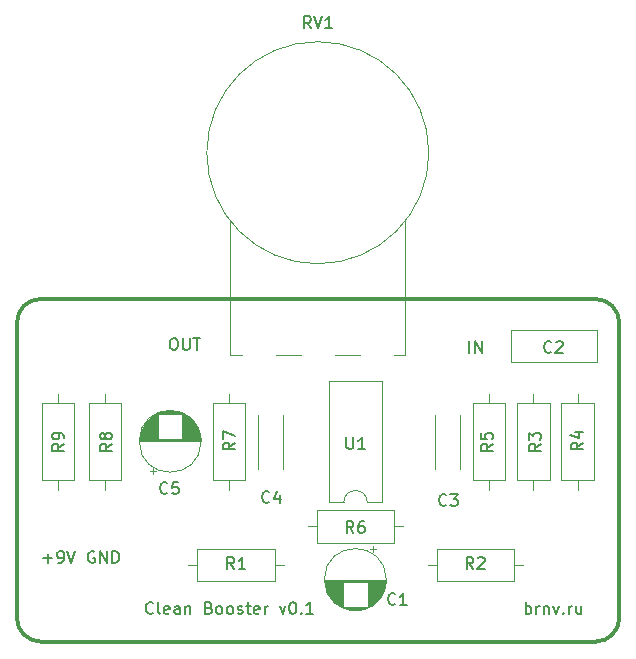
<source format=gbr>
G04 #@! TF.GenerationSoftware,KiCad,Pcbnew,(5.1.5-0-10_14)*
G04 #@! TF.CreationDate,2020-08-10T00:11:30+03:00*
G04 #@! TF.ProjectId,booster-op-amp,626f6f73-7465-4722-9d6f-702d616d702e,1*
G04 #@! TF.SameCoordinates,Original*
G04 #@! TF.FileFunction,Legend,Top*
G04 #@! TF.FilePolarity,Positive*
%FSLAX46Y46*%
G04 Gerber Fmt 4.6, Leading zero omitted, Abs format (unit mm)*
G04 Created by KiCad (PCBNEW (5.1.5-0-10_14)) date 2020-08-10 00:11:30*
%MOMM*%
%LPD*%
G04 APERTURE LIST*
%ADD10C,0.300000*%
%ADD11C,0.150000*%
%ADD12C,0.120000*%
G04 APERTURE END LIST*
D10*
X166388000Y-83768000D02*
G75*
G02X168388000Y-85768000I0J-2000000D01*
G01*
X168388000Y-110768000D02*
G75*
G02X166388000Y-112768000I-2000000J0D01*
G01*
X119388000Y-112768000D02*
G75*
G02X117388000Y-110768000I0J2000000D01*
G01*
X117388000Y-85768000D02*
G75*
G02X119388000Y-83768000I2000000J0D01*
G01*
D11*
X160456857Y-110426380D02*
X160456857Y-109426380D01*
X160456857Y-109807333D02*
X160552095Y-109759714D01*
X160742571Y-109759714D01*
X160837809Y-109807333D01*
X160885428Y-109854952D01*
X160933047Y-109950190D01*
X160933047Y-110235904D01*
X160885428Y-110331142D01*
X160837809Y-110378761D01*
X160742571Y-110426380D01*
X160552095Y-110426380D01*
X160456857Y-110378761D01*
X161361619Y-110426380D02*
X161361619Y-109759714D01*
X161361619Y-109950190D02*
X161409238Y-109854952D01*
X161456857Y-109807333D01*
X161552095Y-109759714D01*
X161647333Y-109759714D01*
X161980666Y-109759714D02*
X161980666Y-110426380D01*
X161980666Y-109854952D02*
X162028285Y-109807333D01*
X162123523Y-109759714D01*
X162266380Y-109759714D01*
X162361619Y-109807333D01*
X162409238Y-109902571D01*
X162409238Y-110426380D01*
X162790190Y-109759714D02*
X163028285Y-110426380D01*
X163266380Y-109759714D01*
X163647333Y-110331142D02*
X163694952Y-110378761D01*
X163647333Y-110426380D01*
X163599714Y-110378761D01*
X163647333Y-110331142D01*
X163647333Y-110426380D01*
X164123523Y-110426380D02*
X164123523Y-109759714D01*
X164123523Y-109950190D02*
X164171142Y-109854952D01*
X164218761Y-109807333D01*
X164314000Y-109759714D01*
X164409238Y-109759714D01*
X165171142Y-109759714D02*
X165171142Y-110426380D01*
X164742571Y-109759714D02*
X164742571Y-110283523D01*
X164790190Y-110378761D01*
X164885428Y-110426380D01*
X165028285Y-110426380D01*
X165123523Y-110378761D01*
X165171142Y-110331142D01*
X128929619Y-110331142D02*
X128882000Y-110378761D01*
X128739142Y-110426380D01*
X128643904Y-110426380D01*
X128501047Y-110378761D01*
X128405809Y-110283523D01*
X128358190Y-110188285D01*
X128310571Y-109997809D01*
X128310571Y-109854952D01*
X128358190Y-109664476D01*
X128405809Y-109569238D01*
X128501047Y-109474000D01*
X128643904Y-109426380D01*
X128739142Y-109426380D01*
X128882000Y-109474000D01*
X128929619Y-109521619D01*
X129501047Y-110426380D02*
X129405809Y-110378761D01*
X129358190Y-110283523D01*
X129358190Y-109426380D01*
X130262952Y-110378761D02*
X130167714Y-110426380D01*
X129977238Y-110426380D01*
X129882000Y-110378761D01*
X129834380Y-110283523D01*
X129834380Y-109902571D01*
X129882000Y-109807333D01*
X129977238Y-109759714D01*
X130167714Y-109759714D01*
X130262952Y-109807333D01*
X130310571Y-109902571D01*
X130310571Y-109997809D01*
X129834380Y-110093047D01*
X131167714Y-110426380D02*
X131167714Y-109902571D01*
X131120095Y-109807333D01*
X131024857Y-109759714D01*
X130834380Y-109759714D01*
X130739142Y-109807333D01*
X131167714Y-110378761D02*
X131072476Y-110426380D01*
X130834380Y-110426380D01*
X130739142Y-110378761D01*
X130691523Y-110283523D01*
X130691523Y-110188285D01*
X130739142Y-110093047D01*
X130834380Y-110045428D01*
X131072476Y-110045428D01*
X131167714Y-109997809D01*
X131643904Y-109759714D02*
X131643904Y-110426380D01*
X131643904Y-109854952D02*
X131691523Y-109807333D01*
X131786761Y-109759714D01*
X131929619Y-109759714D01*
X132024857Y-109807333D01*
X132072476Y-109902571D01*
X132072476Y-110426380D01*
X133643904Y-109902571D02*
X133786761Y-109950190D01*
X133834380Y-109997809D01*
X133882000Y-110093047D01*
X133882000Y-110235904D01*
X133834380Y-110331142D01*
X133786761Y-110378761D01*
X133691523Y-110426380D01*
X133310571Y-110426380D01*
X133310571Y-109426380D01*
X133643904Y-109426380D01*
X133739142Y-109474000D01*
X133786761Y-109521619D01*
X133834380Y-109616857D01*
X133834380Y-109712095D01*
X133786761Y-109807333D01*
X133739142Y-109854952D01*
X133643904Y-109902571D01*
X133310571Y-109902571D01*
X134453428Y-110426380D02*
X134358190Y-110378761D01*
X134310571Y-110331142D01*
X134262952Y-110235904D01*
X134262952Y-109950190D01*
X134310571Y-109854952D01*
X134358190Y-109807333D01*
X134453428Y-109759714D01*
X134596285Y-109759714D01*
X134691523Y-109807333D01*
X134739142Y-109854952D01*
X134786761Y-109950190D01*
X134786761Y-110235904D01*
X134739142Y-110331142D01*
X134691523Y-110378761D01*
X134596285Y-110426380D01*
X134453428Y-110426380D01*
X135358190Y-110426380D02*
X135262952Y-110378761D01*
X135215333Y-110331142D01*
X135167714Y-110235904D01*
X135167714Y-109950190D01*
X135215333Y-109854952D01*
X135262952Y-109807333D01*
X135358190Y-109759714D01*
X135501047Y-109759714D01*
X135596285Y-109807333D01*
X135643904Y-109854952D01*
X135691523Y-109950190D01*
X135691523Y-110235904D01*
X135643904Y-110331142D01*
X135596285Y-110378761D01*
X135501047Y-110426380D01*
X135358190Y-110426380D01*
X136072476Y-110378761D02*
X136167714Y-110426380D01*
X136358190Y-110426380D01*
X136453428Y-110378761D01*
X136501047Y-110283523D01*
X136501047Y-110235904D01*
X136453428Y-110140666D01*
X136358190Y-110093047D01*
X136215333Y-110093047D01*
X136120095Y-110045428D01*
X136072476Y-109950190D01*
X136072476Y-109902571D01*
X136120095Y-109807333D01*
X136215333Y-109759714D01*
X136358190Y-109759714D01*
X136453428Y-109807333D01*
X136786761Y-109759714D02*
X137167714Y-109759714D01*
X136929619Y-109426380D02*
X136929619Y-110283523D01*
X136977238Y-110378761D01*
X137072476Y-110426380D01*
X137167714Y-110426380D01*
X137882000Y-110378761D02*
X137786761Y-110426380D01*
X137596285Y-110426380D01*
X137501047Y-110378761D01*
X137453428Y-110283523D01*
X137453428Y-109902571D01*
X137501047Y-109807333D01*
X137596285Y-109759714D01*
X137786761Y-109759714D01*
X137882000Y-109807333D01*
X137929619Y-109902571D01*
X137929619Y-109997809D01*
X137453428Y-110093047D01*
X138358190Y-110426380D02*
X138358190Y-109759714D01*
X138358190Y-109950190D02*
X138405809Y-109854952D01*
X138453428Y-109807333D01*
X138548666Y-109759714D01*
X138643904Y-109759714D01*
X139643904Y-109759714D02*
X139882000Y-110426380D01*
X140120095Y-109759714D01*
X140691523Y-109426380D02*
X140786761Y-109426380D01*
X140882000Y-109474000D01*
X140929619Y-109521619D01*
X140977238Y-109616857D01*
X141024857Y-109807333D01*
X141024857Y-110045428D01*
X140977238Y-110235904D01*
X140929619Y-110331142D01*
X140882000Y-110378761D01*
X140786761Y-110426380D01*
X140691523Y-110426380D01*
X140596285Y-110378761D01*
X140548666Y-110331142D01*
X140501047Y-110235904D01*
X140453428Y-110045428D01*
X140453428Y-109807333D01*
X140501047Y-109616857D01*
X140548666Y-109521619D01*
X140596285Y-109474000D01*
X140691523Y-109426380D01*
X141453428Y-110331142D02*
X141501047Y-110378761D01*
X141453428Y-110426380D01*
X141405809Y-110378761D01*
X141453428Y-110331142D01*
X141453428Y-110426380D01*
X142453428Y-110426380D02*
X141882000Y-110426380D01*
X142167714Y-110426380D02*
X142167714Y-109426380D01*
X142072476Y-109569238D01*
X141977238Y-109664476D01*
X141882000Y-109712095D01*
X155686190Y-88336380D02*
X155686190Y-87336380D01*
X156162380Y-88336380D02*
X156162380Y-87336380D01*
X156733809Y-88336380D01*
X156733809Y-87336380D01*
X130572000Y-87082380D02*
X130762476Y-87082380D01*
X130857714Y-87130000D01*
X130952952Y-87225238D01*
X131000571Y-87415714D01*
X131000571Y-87749047D01*
X130952952Y-87939523D01*
X130857714Y-88034761D01*
X130762476Y-88082380D01*
X130572000Y-88082380D01*
X130476761Y-88034761D01*
X130381523Y-87939523D01*
X130333904Y-87749047D01*
X130333904Y-87415714D01*
X130381523Y-87225238D01*
X130476761Y-87130000D01*
X130572000Y-87082380D01*
X131429142Y-87082380D02*
X131429142Y-87891904D01*
X131476761Y-87987142D01*
X131524380Y-88034761D01*
X131619619Y-88082380D01*
X131810095Y-88082380D01*
X131905333Y-88034761D01*
X131952952Y-87987142D01*
X132000571Y-87891904D01*
X132000571Y-87082380D01*
X132333904Y-87082380D02*
X132905333Y-87082380D01*
X132619619Y-88082380D02*
X132619619Y-87082380D01*
X123952095Y-105164000D02*
X123856857Y-105116380D01*
X123714000Y-105116380D01*
X123571142Y-105164000D01*
X123475904Y-105259238D01*
X123428285Y-105354476D01*
X123380666Y-105544952D01*
X123380666Y-105687809D01*
X123428285Y-105878285D01*
X123475904Y-105973523D01*
X123571142Y-106068761D01*
X123714000Y-106116380D01*
X123809238Y-106116380D01*
X123952095Y-106068761D01*
X123999714Y-106021142D01*
X123999714Y-105687809D01*
X123809238Y-105687809D01*
X124428285Y-106116380D02*
X124428285Y-105116380D01*
X124999714Y-106116380D01*
X124999714Y-105116380D01*
X125475904Y-106116380D02*
X125475904Y-105116380D01*
X125714000Y-105116380D01*
X125856857Y-105164000D01*
X125952095Y-105259238D01*
X125999714Y-105354476D01*
X126047333Y-105544952D01*
X126047333Y-105687809D01*
X125999714Y-105878285D01*
X125952095Y-105973523D01*
X125856857Y-106068761D01*
X125714000Y-106116380D01*
X125475904Y-106116380D01*
X119618285Y-105735428D02*
X120380190Y-105735428D01*
X119999238Y-106116380D02*
X119999238Y-105354476D01*
X120904000Y-106116380D02*
X121094476Y-106116380D01*
X121189714Y-106068761D01*
X121237333Y-106021142D01*
X121332571Y-105878285D01*
X121380190Y-105687809D01*
X121380190Y-105306857D01*
X121332571Y-105211619D01*
X121284952Y-105164000D01*
X121189714Y-105116380D01*
X120999238Y-105116380D01*
X120904000Y-105164000D01*
X120856380Y-105211619D01*
X120808761Y-105306857D01*
X120808761Y-105544952D01*
X120856380Y-105640190D01*
X120904000Y-105687809D01*
X120999238Y-105735428D01*
X121189714Y-105735428D01*
X121284952Y-105687809D01*
X121332571Y-105640190D01*
X121380190Y-105544952D01*
X121665904Y-105116380D02*
X121999238Y-106116380D01*
X122332571Y-105116380D01*
D10*
X119388000Y-112768000D02*
X166388000Y-112768000D01*
X117388000Y-85768000D02*
X117388000Y-110768000D01*
X166388000Y-83768000D02*
X119388000Y-83768000D01*
X168362000Y-110768000D02*
X168362000Y-85768000D01*
D12*
X143802000Y-100988000D02*
X145052000Y-100988000D01*
X143802000Y-90708000D02*
X143802000Y-100988000D01*
X148302000Y-90708000D02*
X143802000Y-90708000D01*
X148302000Y-100988000D02*
X148302000Y-90708000D01*
X147052000Y-100988000D02*
X148302000Y-100988000D01*
X145052000Y-100988000D02*
G75*
G02X147052000Y-100988000I1000000J0D01*
G01*
X150262000Y-88504000D02*
X150262000Y-77184000D01*
X149287000Y-88504000D02*
X150262000Y-88504000D01*
X144287000Y-88504000D02*
X146437000Y-88504000D01*
X139288000Y-88504000D02*
X141437000Y-88504000D01*
X135462000Y-88504000D02*
X136436000Y-88504000D01*
X135462000Y-88504000D02*
X135462000Y-77184000D01*
X152262000Y-71384000D02*
G75*
G03X152262000Y-71384000I-9400000J0D01*
G01*
X120862000Y-99898000D02*
X120862000Y-99128000D01*
X120862000Y-91818000D02*
X120862000Y-92588000D01*
X122232000Y-99128000D02*
X122232000Y-92588000D01*
X119492000Y-99128000D02*
X122232000Y-99128000D01*
X119492000Y-92588000D02*
X119492000Y-99128000D01*
X122232000Y-92588000D02*
X119492000Y-92588000D01*
X124862000Y-99898000D02*
X124862000Y-99128000D01*
X124862000Y-91818000D02*
X124862000Y-92588000D01*
X126232000Y-99128000D02*
X126232000Y-92588000D01*
X123492000Y-99128000D02*
X126232000Y-99128000D01*
X123492000Y-92588000D02*
X123492000Y-99128000D01*
X126232000Y-92588000D02*
X123492000Y-92588000D01*
X135362000Y-91818000D02*
X135362000Y-92588000D01*
X135362000Y-99898000D02*
X135362000Y-99128000D01*
X133992000Y-92588000D02*
X133992000Y-99128000D01*
X136732000Y-92588000D02*
X133992000Y-92588000D01*
X136732000Y-99128000D02*
X136732000Y-92588000D01*
X133992000Y-99128000D02*
X136732000Y-99128000D01*
X150077000Y-103018000D02*
X149307000Y-103018000D01*
X141997000Y-103018000D02*
X142767000Y-103018000D01*
X149307000Y-101648000D02*
X142767000Y-101648000D01*
X149307000Y-104388000D02*
X149307000Y-101648000D01*
X142767000Y-104388000D02*
X149307000Y-104388000D01*
X142767000Y-101648000D02*
X142767000Y-104388000D01*
X157362000Y-91818000D02*
X157362000Y-92588000D01*
X157362000Y-99898000D02*
X157362000Y-99128000D01*
X155992000Y-92588000D02*
X155992000Y-99128000D01*
X158732000Y-92588000D02*
X155992000Y-92588000D01*
X158732000Y-99128000D02*
X158732000Y-92588000D01*
X155992000Y-99128000D02*
X158732000Y-99128000D01*
X164862000Y-91818000D02*
X164862000Y-92588000D01*
X164862000Y-99898000D02*
X164862000Y-99128000D01*
X163492000Y-92588000D02*
X163492000Y-99128000D01*
X166232000Y-92588000D02*
X163492000Y-92588000D01*
X166232000Y-99128000D02*
X166232000Y-92588000D01*
X163492000Y-99128000D02*
X166232000Y-99128000D01*
X161112000Y-91818000D02*
X161112000Y-92588000D01*
X161112000Y-99898000D02*
X161112000Y-99128000D01*
X159742000Y-92588000D02*
X159742000Y-99128000D01*
X162482000Y-92588000D02*
X159742000Y-92588000D01*
X162482000Y-99128000D02*
X162482000Y-92588000D01*
X159742000Y-99128000D02*
X162482000Y-99128000D01*
X160232000Y-106268000D02*
X159462000Y-106268000D01*
X152152000Y-106268000D02*
X152922000Y-106268000D01*
X159462000Y-104898000D02*
X152922000Y-104898000D01*
X159462000Y-107638000D02*
X159462000Y-104898000D01*
X152922000Y-107638000D02*
X159462000Y-107638000D01*
X152922000Y-104898000D02*
X152922000Y-107638000D01*
X139982000Y-106268000D02*
X139212000Y-106268000D01*
X131902000Y-106268000D02*
X132672000Y-106268000D01*
X139212000Y-104898000D02*
X132672000Y-104898000D01*
X139212000Y-107638000D02*
X139212000Y-104898000D01*
X132672000Y-107638000D02*
X139212000Y-107638000D01*
X132672000Y-104898000D02*
X132672000Y-107638000D01*
X128637000Y-98367887D02*
X129137000Y-98367887D01*
X128887000Y-98617887D02*
X128887000Y-98117887D01*
X130078000Y-93212112D02*
X130646000Y-93212112D01*
X129844000Y-93252112D02*
X130880000Y-93252112D01*
X129685000Y-93292112D02*
X131039000Y-93292112D01*
X129557000Y-93332112D02*
X131167000Y-93332112D01*
X129447000Y-93372112D02*
X131277000Y-93372112D01*
X129351000Y-93412112D02*
X131373000Y-93412112D01*
X129264000Y-93452112D02*
X131460000Y-93452112D01*
X129184000Y-93492112D02*
X131540000Y-93492112D01*
X131402000Y-93532112D02*
X131613000Y-93532112D01*
X129111000Y-93532112D02*
X129322000Y-93532112D01*
X131402000Y-93572112D02*
X131681000Y-93572112D01*
X129043000Y-93572112D02*
X129322000Y-93572112D01*
X131402000Y-93612112D02*
X131745000Y-93612112D01*
X128979000Y-93612112D02*
X129322000Y-93612112D01*
X131402000Y-93652112D02*
X131805000Y-93652112D01*
X128919000Y-93652112D02*
X129322000Y-93652112D01*
X131402000Y-93692112D02*
X131862000Y-93692112D01*
X128862000Y-93692112D02*
X129322000Y-93692112D01*
X131402000Y-93732112D02*
X131916000Y-93732112D01*
X128808000Y-93732112D02*
X129322000Y-93732112D01*
X131402000Y-93772112D02*
X131967000Y-93772112D01*
X128757000Y-93772112D02*
X129322000Y-93772112D01*
X131402000Y-93812112D02*
X132015000Y-93812112D01*
X128709000Y-93812112D02*
X129322000Y-93812112D01*
X131402000Y-93852112D02*
X132061000Y-93852112D01*
X128663000Y-93852112D02*
X129322000Y-93852112D01*
X131402000Y-93892112D02*
X132105000Y-93892112D01*
X128619000Y-93892112D02*
X129322000Y-93892112D01*
X131402000Y-93932112D02*
X132147000Y-93932112D01*
X128577000Y-93932112D02*
X129322000Y-93932112D01*
X131402000Y-93972112D02*
X132188000Y-93972112D01*
X128536000Y-93972112D02*
X129322000Y-93972112D01*
X131402000Y-94012112D02*
X132226000Y-94012112D01*
X128498000Y-94012112D02*
X129322000Y-94012112D01*
X131402000Y-94052112D02*
X132263000Y-94052112D01*
X128461000Y-94052112D02*
X129322000Y-94052112D01*
X131402000Y-94092112D02*
X132299000Y-94092112D01*
X128425000Y-94092112D02*
X129322000Y-94092112D01*
X131402000Y-94132112D02*
X132333000Y-94132112D01*
X128391000Y-94132112D02*
X129322000Y-94132112D01*
X131402000Y-94172112D02*
X132366000Y-94172112D01*
X128358000Y-94172112D02*
X129322000Y-94172112D01*
X131402000Y-94212112D02*
X132397000Y-94212112D01*
X128327000Y-94212112D02*
X129322000Y-94212112D01*
X131402000Y-94252112D02*
X132427000Y-94252112D01*
X128297000Y-94252112D02*
X129322000Y-94252112D01*
X131402000Y-94292112D02*
X132457000Y-94292112D01*
X128267000Y-94292112D02*
X129322000Y-94292112D01*
X131402000Y-94332112D02*
X132484000Y-94332112D01*
X128240000Y-94332112D02*
X129322000Y-94332112D01*
X131402000Y-94372112D02*
X132511000Y-94372112D01*
X128213000Y-94372112D02*
X129322000Y-94372112D01*
X131402000Y-94412112D02*
X132537000Y-94412112D01*
X128187000Y-94412112D02*
X129322000Y-94412112D01*
X131402000Y-94452112D02*
X132562000Y-94452112D01*
X128162000Y-94452112D02*
X129322000Y-94452112D01*
X131402000Y-94492112D02*
X132586000Y-94492112D01*
X128138000Y-94492112D02*
X129322000Y-94492112D01*
X131402000Y-94532112D02*
X132609000Y-94532112D01*
X128115000Y-94532112D02*
X129322000Y-94532112D01*
X131402000Y-94572112D02*
X132630000Y-94572112D01*
X128094000Y-94572112D02*
X129322000Y-94572112D01*
X131402000Y-94612112D02*
X132652000Y-94612112D01*
X128072000Y-94612112D02*
X129322000Y-94612112D01*
X131402000Y-94652112D02*
X132672000Y-94652112D01*
X128052000Y-94652112D02*
X129322000Y-94652112D01*
X131402000Y-94692112D02*
X132691000Y-94692112D01*
X128033000Y-94692112D02*
X129322000Y-94692112D01*
X131402000Y-94732112D02*
X132710000Y-94732112D01*
X128014000Y-94732112D02*
X129322000Y-94732112D01*
X131402000Y-94772112D02*
X132727000Y-94772112D01*
X127997000Y-94772112D02*
X129322000Y-94772112D01*
X131402000Y-94812112D02*
X132744000Y-94812112D01*
X127980000Y-94812112D02*
X129322000Y-94812112D01*
X131402000Y-94852112D02*
X132760000Y-94852112D01*
X127964000Y-94852112D02*
X129322000Y-94852112D01*
X131402000Y-94892112D02*
X132776000Y-94892112D01*
X127948000Y-94892112D02*
X129322000Y-94892112D01*
X131402000Y-94932112D02*
X132790000Y-94932112D01*
X127934000Y-94932112D02*
X129322000Y-94932112D01*
X131402000Y-94972112D02*
X132804000Y-94972112D01*
X127920000Y-94972112D02*
X129322000Y-94972112D01*
X131402000Y-95012112D02*
X132817000Y-95012112D01*
X127907000Y-95012112D02*
X129322000Y-95012112D01*
X131402000Y-95052112D02*
X132830000Y-95052112D01*
X127894000Y-95052112D02*
X129322000Y-95052112D01*
X131402000Y-95092112D02*
X132842000Y-95092112D01*
X127882000Y-95092112D02*
X129322000Y-95092112D01*
X131402000Y-95133112D02*
X132853000Y-95133112D01*
X127871000Y-95133112D02*
X129322000Y-95133112D01*
X131402000Y-95173112D02*
X132863000Y-95173112D01*
X127861000Y-95173112D02*
X129322000Y-95173112D01*
X131402000Y-95213112D02*
X132873000Y-95213112D01*
X127851000Y-95213112D02*
X129322000Y-95213112D01*
X131402000Y-95253112D02*
X132882000Y-95253112D01*
X127842000Y-95253112D02*
X129322000Y-95253112D01*
X131402000Y-95293112D02*
X132890000Y-95293112D01*
X127834000Y-95293112D02*
X129322000Y-95293112D01*
X131402000Y-95333112D02*
X132898000Y-95333112D01*
X127826000Y-95333112D02*
X129322000Y-95333112D01*
X131402000Y-95373112D02*
X132905000Y-95373112D01*
X127819000Y-95373112D02*
X129322000Y-95373112D01*
X131402000Y-95413112D02*
X132912000Y-95413112D01*
X127812000Y-95413112D02*
X129322000Y-95413112D01*
X131402000Y-95453112D02*
X132918000Y-95453112D01*
X127806000Y-95453112D02*
X129322000Y-95453112D01*
X131402000Y-95493112D02*
X132923000Y-95493112D01*
X127801000Y-95493112D02*
X129322000Y-95493112D01*
X131402000Y-95533112D02*
X132927000Y-95533112D01*
X127797000Y-95533112D02*
X129322000Y-95533112D01*
X131402000Y-95573112D02*
X132931000Y-95573112D01*
X127793000Y-95573112D02*
X129322000Y-95573112D01*
X127789000Y-95613112D02*
X132935000Y-95613112D01*
X127786000Y-95653112D02*
X132938000Y-95653112D01*
X127784000Y-95693112D02*
X132940000Y-95693112D01*
X127783000Y-95733112D02*
X132941000Y-95733112D01*
X127782000Y-95773112D02*
X132942000Y-95773112D01*
X127782000Y-95813112D02*
X132942000Y-95813112D01*
X132982000Y-95813112D02*
G75*
G03X132982000Y-95813112I-2620000J0D01*
G01*
X139917000Y-93588000D02*
X139932000Y-93588000D01*
X137792000Y-93588000D02*
X137807000Y-93588000D01*
X139917000Y-98128000D02*
X139932000Y-98128000D01*
X137792000Y-98128000D02*
X137807000Y-98128000D01*
X139932000Y-98128000D02*
X139932000Y-93588000D01*
X137792000Y-98128000D02*
X137792000Y-93588000D01*
X154917000Y-93588000D02*
X154932000Y-93588000D01*
X152792000Y-93588000D02*
X152807000Y-93588000D01*
X154917000Y-98128000D02*
X154932000Y-98128000D01*
X152792000Y-98128000D02*
X152807000Y-98128000D01*
X154932000Y-98128000D02*
X154932000Y-93588000D01*
X152792000Y-98128000D02*
X152792000Y-93588000D01*
X159242000Y-89138000D02*
X159242000Y-86398000D01*
X166482000Y-89138000D02*
X166482000Y-86398000D01*
X166482000Y-86398000D02*
X159242000Y-86398000D01*
X166482000Y-89138000D02*
X159242000Y-89138000D01*
X147762000Y-104963225D02*
X147262000Y-104963225D01*
X147512000Y-104713225D02*
X147512000Y-105213225D01*
X146321000Y-110119000D02*
X145753000Y-110119000D01*
X146555000Y-110079000D02*
X145519000Y-110079000D01*
X146714000Y-110039000D02*
X145360000Y-110039000D01*
X146842000Y-109999000D02*
X145232000Y-109999000D01*
X146952000Y-109959000D02*
X145122000Y-109959000D01*
X147048000Y-109919000D02*
X145026000Y-109919000D01*
X147135000Y-109879000D02*
X144939000Y-109879000D01*
X147215000Y-109839000D02*
X144859000Y-109839000D01*
X144997000Y-109799000D02*
X144786000Y-109799000D01*
X147288000Y-109799000D02*
X147077000Y-109799000D01*
X144997000Y-109759000D02*
X144718000Y-109759000D01*
X147356000Y-109759000D02*
X147077000Y-109759000D01*
X144997000Y-109719000D02*
X144654000Y-109719000D01*
X147420000Y-109719000D02*
X147077000Y-109719000D01*
X144997000Y-109679000D02*
X144594000Y-109679000D01*
X147480000Y-109679000D02*
X147077000Y-109679000D01*
X144997000Y-109639000D02*
X144537000Y-109639000D01*
X147537000Y-109639000D02*
X147077000Y-109639000D01*
X144997000Y-109599000D02*
X144483000Y-109599000D01*
X147591000Y-109599000D02*
X147077000Y-109599000D01*
X144997000Y-109559000D02*
X144432000Y-109559000D01*
X147642000Y-109559000D02*
X147077000Y-109559000D01*
X144997000Y-109519000D02*
X144384000Y-109519000D01*
X147690000Y-109519000D02*
X147077000Y-109519000D01*
X144997000Y-109479000D02*
X144338000Y-109479000D01*
X147736000Y-109479000D02*
X147077000Y-109479000D01*
X144997000Y-109439000D02*
X144294000Y-109439000D01*
X147780000Y-109439000D02*
X147077000Y-109439000D01*
X144997000Y-109399000D02*
X144252000Y-109399000D01*
X147822000Y-109399000D02*
X147077000Y-109399000D01*
X144997000Y-109359000D02*
X144211000Y-109359000D01*
X147863000Y-109359000D02*
X147077000Y-109359000D01*
X144997000Y-109319000D02*
X144173000Y-109319000D01*
X147901000Y-109319000D02*
X147077000Y-109319000D01*
X144997000Y-109279000D02*
X144136000Y-109279000D01*
X147938000Y-109279000D02*
X147077000Y-109279000D01*
X144997000Y-109239000D02*
X144100000Y-109239000D01*
X147974000Y-109239000D02*
X147077000Y-109239000D01*
X144997000Y-109199000D02*
X144066000Y-109199000D01*
X148008000Y-109199000D02*
X147077000Y-109199000D01*
X144997000Y-109159000D02*
X144033000Y-109159000D01*
X148041000Y-109159000D02*
X147077000Y-109159000D01*
X144997000Y-109119000D02*
X144002000Y-109119000D01*
X148072000Y-109119000D02*
X147077000Y-109119000D01*
X144997000Y-109079000D02*
X143972000Y-109079000D01*
X148102000Y-109079000D02*
X147077000Y-109079000D01*
X144997000Y-109039000D02*
X143942000Y-109039000D01*
X148132000Y-109039000D02*
X147077000Y-109039000D01*
X144997000Y-108999000D02*
X143915000Y-108999000D01*
X148159000Y-108999000D02*
X147077000Y-108999000D01*
X144997000Y-108959000D02*
X143888000Y-108959000D01*
X148186000Y-108959000D02*
X147077000Y-108959000D01*
X144997000Y-108919000D02*
X143862000Y-108919000D01*
X148212000Y-108919000D02*
X147077000Y-108919000D01*
X144997000Y-108879000D02*
X143837000Y-108879000D01*
X148237000Y-108879000D02*
X147077000Y-108879000D01*
X144997000Y-108839000D02*
X143813000Y-108839000D01*
X148261000Y-108839000D02*
X147077000Y-108839000D01*
X144997000Y-108799000D02*
X143790000Y-108799000D01*
X148284000Y-108799000D02*
X147077000Y-108799000D01*
X144997000Y-108759000D02*
X143769000Y-108759000D01*
X148305000Y-108759000D02*
X147077000Y-108759000D01*
X144997000Y-108719000D02*
X143747000Y-108719000D01*
X148327000Y-108719000D02*
X147077000Y-108719000D01*
X144997000Y-108679000D02*
X143727000Y-108679000D01*
X148347000Y-108679000D02*
X147077000Y-108679000D01*
X144997000Y-108639000D02*
X143708000Y-108639000D01*
X148366000Y-108639000D02*
X147077000Y-108639000D01*
X144997000Y-108599000D02*
X143689000Y-108599000D01*
X148385000Y-108599000D02*
X147077000Y-108599000D01*
X144997000Y-108559000D02*
X143672000Y-108559000D01*
X148402000Y-108559000D02*
X147077000Y-108559000D01*
X144997000Y-108519000D02*
X143655000Y-108519000D01*
X148419000Y-108519000D02*
X147077000Y-108519000D01*
X144997000Y-108479000D02*
X143639000Y-108479000D01*
X148435000Y-108479000D02*
X147077000Y-108479000D01*
X144997000Y-108439000D02*
X143623000Y-108439000D01*
X148451000Y-108439000D02*
X147077000Y-108439000D01*
X144997000Y-108399000D02*
X143609000Y-108399000D01*
X148465000Y-108399000D02*
X147077000Y-108399000D01*
X144997000Y-108359000D02*
X143595000Y-108359000D01*
X148479000Y-108359000D02*
X147077000Y-108359000D01*
X144997000Y-108319000D02*
X143582000Y-108319000D01*
X148492000Y-108319000D02*
X147077000Y-108319000D01*
X144997000Y-108279000D02*
X143569000Y-108279000D01*
X148505000Y-108279000D02*
X147077000Y-108279000D01*
X144997000Y-108239000D02*
X143557000Y-108239000D01*
X148517000Y-108239000D02*
X147077000Y-108239000D01*
X144997000Y-108198000D02*
X143546000Y-108198000D01*
X148528000Y-108198000D02*
X147077000Y-108198000D01*
X144997000Y-108158000D02*
X143536000Y-108158000D01*
X148538000Y-108158000D02*
X147077000Y-108158000D01*
X144997000Y-108118000D02*
X143526000Y-108118000D01*
X148548000Y-108118000D02*
X147077000Y-108118000D01*
X144997000Y-108078000D02*
X143517000Y-108078000D01*
X148557000Y-108078000D02*
X147077000Y-108078000D01*
X144997000Y-108038000D02*
X143509000Y-108038000D01*
X148565000Y-108038000D02*
X147077000Y-108038000D01*
X144997000Y-107998000D02*
X143501000Y-107998000D01*
X148573000Y-107998000D02*
X147077000Y-107998000D01*
X144997000Y-107958000D02*
X143494000Y-107958000D01*
X148580000Y-107958000D02*
X147077000Y-107958000D01*
X144997000Y-107918000D02*
X143487000Y-107918000D01*
X148587000Y-107918000D02*
X147077000Y-107918000D01*
X144997000Y-107878000D02*
X143481000Y-107878000D01*
X148593000Y-107878000D02*
X147077000Y-107878000D01*
X144997000Y-107838000D02*
X143476000Y-107838000D01*
X148598000Y-107838000D02*
X147077000Y-107838000D01*
X144997000Y-107798000D02*
X143472000Y-107798000D01*
X148602000Y-107798000D02*
X147077000Y-107798000D01*
X144997000Y-107758000D02*
X143468000Y-107758000D01*
X148606000Y-107758000D02*
X147077000Y-107758000D01*
X148610000Y-107718000D02*
X143464000Y-107718000D01*
X148613000Y-107678000D02*
X143461000Y-107678000D01*
X148615000Y-107638000D02*
X143459000Y-107638000D01*
X148616000Y-107598000D02*
X143458000Y-107598000D01*
X148617000Y-107558000D02*
X143457000Y-107558000D01*
X148617000Y-107518000D02*
X143457000Y-107518000D01*
X148657000Y-107518000D02*
G75*
G03X148657000Y-107518000I-2620000J0D01*
G01*
D11*
X145290095Y-95464380D02*
X145290095Y-96273904D01*
X145337714Y-96369142D01*
X145385333Y-96416761D01*
X145480571Y-96464380D01*
X145671047Y-96464380D01*
X145766285Y-96416761D01*
X145813904Y-96369142D01*
X145861523Y-96273904D01*
X145861523Y-95464380D01*
X146861523Y-96464380D02*
X146290095Y-96464380D01*
X146575809Y-96464380D02*
X146575809Y-95464380D01*
X146480571Y-95607238D01*
X146385333Y-95702476D01*
X146290095Y-95750095D01*
X142266761Y-60836380D02*
X141933428Y-60360190D01*
X141695333Y-60836380D02*
X141695333Y-59836380D01*
X142076285Y-59836380D01*
X142171523Y-59884000D01*
X142219142Y-59931619D01*
X142266761Y-60026857D01*
X142266761Y-60169714D01*
X142219142Y-60264952D01*
X142171523Y-60312571D01*
X142076285Y-60360190D01*
X141695333Y-60360190D01*
X142552476Y-59836380D02*
X142885809Y-60836380D01*
X143219142Y-59836380D01*
X144076285Y-60836380D02*
X143504857Y-60836380D01*
X143790571Y-60836380D02*
X143790571Y-59836380D01*
X143695333Y-59979238D01*
X143600095Y-60074476D01*
X143504857Y-60122095D01*
X121356380Y-96024666D02*
X120880190Y-96358000D01*
X121356380Y-96596095D02*
X120356380Y-96596095D01*
X120356380Y-96215142D01*
X120404000Y-96119904D01*
X120451619Y-96072285D01*
X120546857Y-96024666D01*
X120689714Y-96024666D01*
X120784952Y-96072285D01*
X120832571Y-96119904D01*
X120880190Y-96215142D01*
X120880190Y-96596095D01*
X121356380Y-95548476D02*
X121356380Y-95358000D01*
X121308761Y-95262761D01*
X121261142Y-95215142D01*
X121118285Y-95119904D01*
X120927809Y-95072285D01*
X120546857Y-95072285D01*
X120451619Y-95119904D01*
X120404000Y-95167523D01*
X120356380Y-95262761D01*
X120356380Y-95453238D01*
X120404000Y-95548476D01*
X120451619Y-95596095D01*
X120546857Y-95643714D01*
X120784952Y-95643714D01*
X120880190Y-95596095D01*
X120927809Y-95548476D01*
X120975428Y-95453238D01*
X120975428Y-95262761D01*
X120927809Y-95167523D01*
X120880190Y-95119904D01*
X120784952Y-95072285D01*
X125420380Y-96024666D02*
X124944190Y-96358000D01*
X125420380Y-96596095D02*
X124420380Y-96596095D01*
X124420380Y-96215142D01*
X124468000Y-96119904D01*
X124515619Y-96072285D01*
X124610857Y-96024666D01*
X124753714Y-96024666D01*
X124848952Y-96072285D01*
X124896571Y-96119904D01*
X124944190Y-96215142D01*
X124944190Y-96596095D01*
X124848952Y-95453238D02*
X124801333Y-95548476D01*
X124753714Y-95596095D01*
X124658476Y-95643714D01*
X124610857Y-95643714D01*
X124515619Y-95596095D01*
X124468000Y-95548476D01*
X124420380Y-95453238D01*
X124420380Y-95262761D01*
X124468000Y-95167523D01*
X124515619Y-95119904D01*
X124610857Y-95072285D01*
X124658476Y-95072285D01*
X124753714Y-95119904D01*
X124801333Y-95167523D01*
X124848952Y-95262761D01*
X124848952Y-95453238D01*
X124896571Y-95548476D01*
X124944190Y-95596095D01*
X125039428Y-95643714D01*
X125229904Y-95643714D01*
X125325142Y-95596095D01*
X125372761Y-95548476D01*
X125420380Y-95453238D01*
X125420380Y-95262761D01*
X125372761Y-95167523D01*
X125325142Y-95119904D01*
X125229904Y-95072285D01*
X125039428Y-95072285D01*
X124944190Y-95119904D01*
X124896571Y-95167523D01*
X124848952Y-95262761D01*
X135834380Y-95924666D02*
X135358190Y-96258000D01*
X135834380Y-96496095D02*
X134834380Y-96496095D01*
X134834380Y-96115142D01*
X134882000Y-96019904D01*
X134929619Y-95972285D01*
X135024857Y-95924666D01*
X135167714Y-95924666D01*
X135262952Y-95972285D01*
X135310571Y-96019904D01*
X135358190Y-96115142D01*
X135358190Y-96496095D01*
X134834380Y-95591333D02*
X134834380Y-94924666D01*
X135834380Y-95353238D01*
X145883333Y-103576380D02*
X145550000Y-103100190D01*
X145311904Y-103576380D02*
X145311904Y-102576380D01*
X145692857Y-102576380D01*
X145788095Y-102624000D01*
X145835714Y-102671619D01*
X145883333Y-102766857D01*
X145883333Y-102909714D01*
X145835714Y-103004952D01*
X145788095Y-103052571D01*
X145692857Y-103100190D01*
X145311904Y-103100190D01*
X146740476Y-102576380D02*
X146550000Y-102576380D01*
X146454761Y-102624000D01*
X146407142Y-102671619D01*
X146311904Y-102814476D01*
X146264285Y-103004952D01*
X146264285Y-103385904D01*
X146311904Y-103481142D01*
X146359523Y-103528761D01*
X146454761Y-103576380D01*
X146645238Y-103576380D01*
X146740476Y-103528761D01*
X146788095Y-103481142D01*
X146835714Y-103385904D01*
X146835714Y-103147809D01*
X146788095Y-103052571D01*
X146740476Y-103004952D01*
X146645238Y-102957333D01*
X146454761Y-102957333D01*
X146359523Y-103004952D01*
X146311904Y-103052571D01*
X146264285Y-103147809D01*
X157678380Y-96024666D02*
X157202190Y-96358000D01*
X157678380Y-96596095D02*
X156678380Y-96596095D01*
X156678380Y-96215142D01*
X156726000Y-96119904D01*
X156773619Y-96072285D01*
X156868857Y-96024666D01*
X157011714Y-96024666D01*
X157106952Y-96072285D01*
X157154571Y-96119904D01*
X157202190Y-96215142D01*
X157202190Y-96596095D01*
X156678380Y-95119904D02*
X156678380Y-95596095D01*
X157154571Y-95643714D01*
X157106952Y-95596095D01*
X157059333Y-95500857D01*
X157059333Y-95262761D01*
X157106952Y-95167523D01*
X157154571Y-95119904D01*
X157249809Y-95072285D01*
X157487904Y-95072285D01*
X157583142Y-95119904D01*
X157630761Y-95167523D01*
X157678380Y-95262761D01*
X157678380Y-95500857D01*
X157630761Y-95596095D01*
X157583142Y-95643714D01*
X165298380Y-95924666D02*
X164822190Y-96258000D01*
X165298380Y-96496095D02*
X164298380Y-96496095D01*
X164298380Y-96115142D01*
X164346000Y-96019904D01*
X164393619Y-95972285D01*
X164488857Y-95924666D01*
X164631714Y-95924666D01*
X164726952Y-95972285D01*
X164774571Y-96019904D01*
X164822190Y-96115142D01*
X164822190Y-96496095D01*
X164631714Y-95067523D02*
X165298380Y-95067523D01*
X164250761Y-95305619D02*
X164965047Y-95543714D01*
X164965047Y-94924666D01*
X161742380Y-96024666D02*
X161266190Y-96358000D01*
X161742380Y-96596095D02*
X160742380Y-96596095D01*
X160742380Y-96215142D01*
X160790000Y-96119904D01*
X160837619Y-96072285D01*
X160932857Y-96024666D01*
X161075714Y-96024666D01*
X161170952Y-96072285D01*
X161218571Y-96119904D01*
X161266190Y-96215142D01*
X161266190Y-96596095D01*
X160742380Y-95691333D02*
X160742380Y-95072285D01*
X161123333Y-95405619D01*
X161123333Y-95262761D01*
X161170952Y-95167523D01*
X161218571Y-95119904D01*
X161313809Y-95072285D01*
X161551904Y-95072285D01*
X161647142Y-95119904D01*
X161694761Y-95167523D01*
X161742380Y-95262761D01*
X161742380Y-95548476D01*
X161694761Y-95643714D01*
X161647142Y-95691333D01*
X156025333Y-106624380D02*
X155692000Y-106148190D01*
X155453904Y-106624380D02*
X155453904Y-105624380D01*
X155834857Y-105624380D01*
X155930095Y-105672000D01*
X155977714Y-105719619D01*
X156025333Y-105814857D01*
X156025333Y-105957714D01*
X155977714Y-106052952D01*
X155930095Y-106100571D01*
X155834857Y-106148190D01*
X155453904Y-106148190D01*
X156406285Y-105719619D02*
X156453904Y-105672000D01*
X156549142Y-105624380D01*
X156787238Y-105624380D01*
X156882476Y-105672000D01*
X156930095Y-105719619D01*
X156977714Y-105814857D01*
X156977714Y-105910095D01*
X156930095Y-106052952D01*
X156358666Y-106624380D01*
X156977714Y-106624380D01*
X135775333Y-106624380D02*
X135442000Y-106148190D01*
X135203904Y-106624380D02*
X135203904Y-105624380D01*
X135584857Y-105624380D01*
X135680095Y-105672000D01*
X135727714Y-105719619D01*
X135775333Y-105814857D01*
X135775333Y-105957714D01*
X135727714Y-106052952D01*
X135680095Y-106100571D01*
X135584857Y-106148190D01*
X135203904Y-106148190D01*
X136727714Y-106624380D02*
X136156285Y-106624380D01*
X136442000Y-106624380D02*
X136442000Y-105624380D01*
X136346761Y-105767238D01*
X136251523Y-105862476D01*
X136156285Y-105910095D01*
X130135333Y-100179142D02*
X130087714Y-100226761D01*
X129944857Y-100274380D01*
X129849619Y-100274380D01*
X129706761Y-100226761D01*
X129611523Y-100131523D01*
X129563904Y-100036285D01*
X129516285Y-99845809D01*
X129516285Y-99702952D01*
X129563904Y-99512476D01*
X129611523Y-99417238D01*
X129706761Y-99322000D01*
X129849619Y-99274380D01*
X129944857Y-99274380D01*
X130087714Y-99322000D01*
X130135333Y-99369619D01*
X131040095Y-99274380D02*
X130563904Y-99274380D01*
X130516285Y-99750571D01*
X130563904Y-99702952D01*
X130659142Y-99655333D01*
X130897238Y-99655333D01*
X130992476Y-99702952D01*
X131040095Y-99750571D01*
X131087714Y-99845809D01*
X131087714Y-100083904D01*
X131040095Y-100179142D01*
X130992476Y-100226761D01*
X130897238Y-100274380D01*
X130659142Y-100274380D01*
X130563904Y-100226761D01*
X130516285Y-100179142D01*
X138771333Y-100941142D02*
X138723714Y-100988761D01*
X138580857Y-101036380D01*
X138485619Y-101036380D01*
X138342761Y-100988761D01*
X138247523Y-100893523D01*
X138199904Y-100798285D01*
X138152285Y-100607809D01*
X138152285Y-100464952D01*
X138199904Y-100274476D01*
X138247523Y-100179238D01*
X138342761Y-100084000D01*
X138485619Y-100036380D01*
X138580857Y-100036380D01*
X138723714Y-100084000D01*
X138771333Y-100131619D01*
X139628476Y-100369714D02*
X139628476Y-101036380D01*
X139390380Y-99988761D02*
X139152285Y-100703047D01*
X139771333Y-100703047D01*
X153757333Y-101195142D02*
X153709714Y-101242761D01*
X153566857Y-101290380D01*
X153471619Y-101290380D01*
X153328761Y-101242761D01*
X153233523Y-101147523D01*
X153185904Y-101052285D01*
X153138285Y-100861809D01*
X153138285Y-100718952D01*
X153185904Y-100528476D01*
X153233523Y-100433238D01*
X153328761Y-100338000D01*
X153471619Y-100290380D01*
X153566857Y-100290380D01*
X153709714Y-100338000D01*
X153757333Y-100385619D01*
X154090666Y-100290380D02*
X154709714Y-100290380D01*
X154376380Y-100671333D01*
X154519238Y-100671333D01*
X154614476Y-100718952D01*
X154662095Y-100766571D01*
X154709714Y-100861809D01*
X154709714Y-101099904D01*
X154662095Y-101195142D01*
X154614476Y-101242761D01*
X154519238Y-101290380D01*
X154233523Y-101290380D01*
X154138285Y-101242761D01*
X154090666Y-101195142D01*
X162647333Y-88241142D02*
X162599714Y-88288761D01*
X162456857Y-88336380D01*
X162361619Y-88336380D01*
X162218761Y-88288761D01*
X162123523Y-88193523D01*
X162075904Y-88098285D01*
X162028285Y-87907809D01*
X162028285Y-87764952D01*
X162075904Y-87574476D01*
X162123523Y-87479238D01*
X162218761Y-87384000D01*
X162361619Y-87336380D01*
X162456857Y-87336380D01*
X162599714Y-87384000D01*
X162647333Y-87431619D01*
X163028285Y-87431619D02*
X163075904Y-87384000D01*
X163171142Y-87336380D01*
X163409238Y-87336380D01*
X163504476Y-87384000D01*
X163552095Y-87431619D01*
X163599714Y-87526857D01*
X163599714Y-87622095D01*
X163552095Y-87764952D01*
X162980666Y-88336380D01*
X163599714Y-88336380D01*
X149439333Y-109577142D02*
X149391714Y-109624761D01*
X149248857Y-109672380D01*
X149153619Y-109672380D01*
X149010761Y-109624761D01*
X148915523Y-109529523D01*
X148867904Y-109434285D01*
X148820285Y-109243809D01*
X148820285Y-109100952D01*
X148867904Y-108910476D01*
X148915523Y-108815238D01*
X149010761Y-108720000D01*
X149153619Y-108672380D01*
X149248857Y-108672380D01*
X149391714Y-108720000D01*
X149439333Y-108767619D01*
X150391714Y-109672380D02*
X149820285Y-109672380D01*
X150106000Y-109672380D02*
X150106000Y-108672380D01*
X150010761Y-108815238D01*
X149915523Y-108910476D01*
X149820285Y-108958095D01*
M02*

</source>
